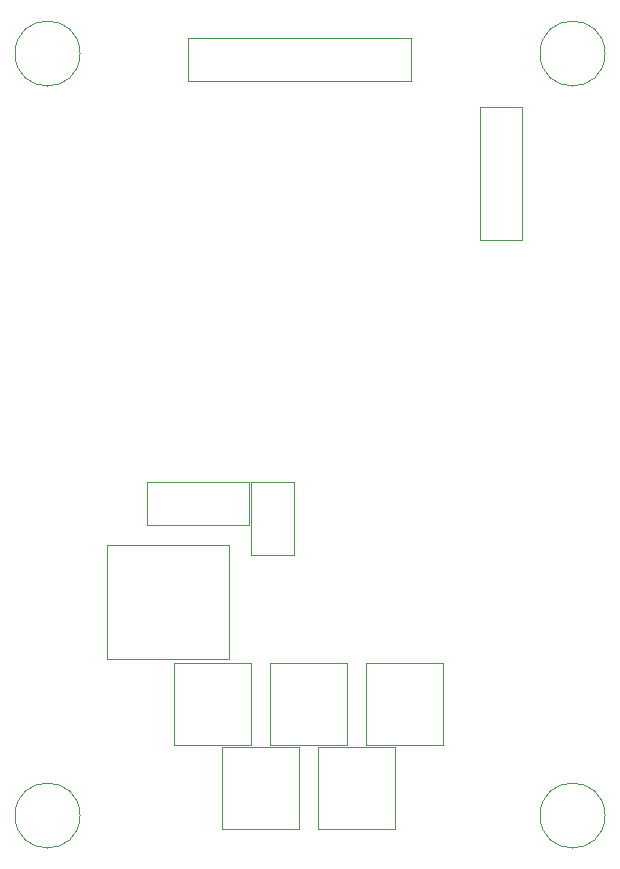
<source format=gbr>
%TF.GenerationSoftware,KiCad,Pcbnew,7.0.7*%
%TF.CreationDate,2025-03-26T10:17:06+05:30*%
%TF.ProjectId,VibAndHeat_Version1,56696241-6e64-4486-9561-745f56657273,rev?*%
%TF.SameCoordinates,Original*%
%TF.FileFunction,Other,User*%
%FSLAX46Y46*%
G04 Gerber Fmt 4.6, Leading zero omitted, Abs format (unit mm)*
G04 Created by KiCad (PCBNEW 7.0.7) date 2025-03-26 10:17:06*
%MOMM*%
%LPD*%
G01*
G04 APERTURE LIST*
%ADD10C,0.050000*%
G04 APERTURE END LIST*
D10*
%TO.C,U1*%
X125738000Y-106448000D02*
X125738000Y-102848000D01*
X134388000Y-106448000D02*
X125738000Y-106448000D01*
X125738000Y-102848000D02*
X134388000Y-102848000D01*
X134388000Y-102848000D02*
X134388000Y-106448000D01*
%TO.C,Button5*%
X144324000Y-125130000D02*
X150824000Y-125130000D01*
X150824000Y-125130000D02*
X150824000Y-118122000D01*
X144324000Y-118122000D02*
X144324000Y-125130000D01*
X150824000Y-118122000D02*
X144324000Y-118122000D01*
%TO.C,J7*%
X157502000Y-82298000D02*
X157502000Y-71098000D01*
X157502000Y-71098000D02*
X153952000Y-71098000D01*
X153952000Y-82298000D02*
X157502000Y-82298000D01*
X153952000Y-71098000D02*
X153952000Y-82298000D01*
%TO.C,H3*%
X164548000Y-66548000D02*
G75*
G03*
X164548000Y-66548000I-2750000J0D01*
G01*
%TO.C,Button2*%
X140260000Y-132242000D02*
X146760000Y-132242000D01*
X146760000Y-132242000D02*
X146760000Y-125234000D01*
X140260000Y-125234000D02*
X140260000Y-132242000D01*
X146760000Y-125234000D02*
X140260000Y-125234000D01*
%TO.C,Button4*%
X136196000Y-125130000D02*
X142696000Y-125130000D01*
X142696000Y-125130000D02*
X142696000Y-118122000D01*
X136196000Y-118122000D02*
X136196000Y-125130000D01*
X142696000Y-118122000D02*
X136196000Y-118122000D01*
%TO.C,H1*%
X120098000Y-66548000D02*
G75*
G03*
X120098000Y-66548000I-2750000J0D01*
G01*
%TO.C,Button3*%
X128068000Y-125130000D02*
X134568000Y-125130000D01*
X134568000Y-125130000D02*
X134568000Y-118122000D01*
X128068000Y-118122000D02*
X128068000Y-125130000D01*
X134568000Y-118122000D02*
X128068000Y-118122000D01*
%TO.C,Button1*%
X132132000Y-132242000D02*
X138632000Y-132242000D01*
X138632000Y-132242000D02*
X138632000Y-125234000D01*
X132132000Y-125234000D02*
X132132000Y-132242000D01*
X138632000Y-125234000D02*
X132132000Y-125234000D01*
%TO.C,SW1*%
X132698000Y-117832000D02*
X132698000Y-108132000D01*
X132698000Y-117832000D02*
X122398000Y-117832000D01*
X132698000Y-108132000D02*
X122398000Y-108132000D01*
X122398000Y-108132000D02*
X122398000Y-117832000D01*
%TO.C,J8*%
X129259000Y-68856000D02*
X129259000Y-65256000D01*
X148109000Y-68856000D02*
X129259000Y-68856000D01*
X129259000Y-65256000D02*
X148109000Y-65256000D01*
X148109000Y-65256000D02*
X148109000Y-68856000D01*
%TO.C,H4*%
X164548000Y-131064000D02*
G75*
G03*
X164548000Y-131064000I-2750000J0D01*
G01*
%TO.C,H2*%
X120098000Y-131064000D02*
G75*
G03*
X120098000Y-131064000I-2750000J0D01*
G01*
%TO.C,J5*%
X134598000Y-102843000D02*
X138198000Y-102843000D01*
X134598000Y-108993000D02*
X134598000Y-102843000D01*
X138198000Y-102843000D02*
X138198000Y-108993000D01*
X138198000Y-108993000D02*
X134598000Y-108993000D01*
%TD*%
M02*

</source>
